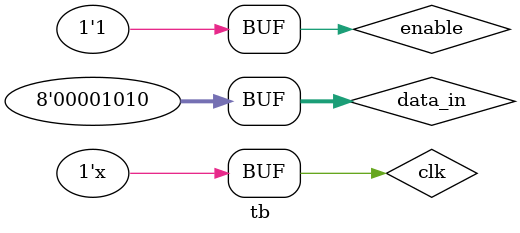
<source format=sv>
`include "./fifo.sv"
module tb();
    logic clk,enable;
    logic [7:0] data_in, data_out;
    fifo inst1(clk,enable,data_in,data_out);
    initial begin
        $monitor("%d",data_out);
        $dumpfile("fifo.vcd");
        $dumpvars(inst1);
    end

    initial begin
        clk = 0;
        enable = 1;
    end
    always #1clk = ~clk;
    initial begin
        #2data_in = 9;
        #2data_in = 45;
        #2data_in = 10;
    end

endmodule
</source>
